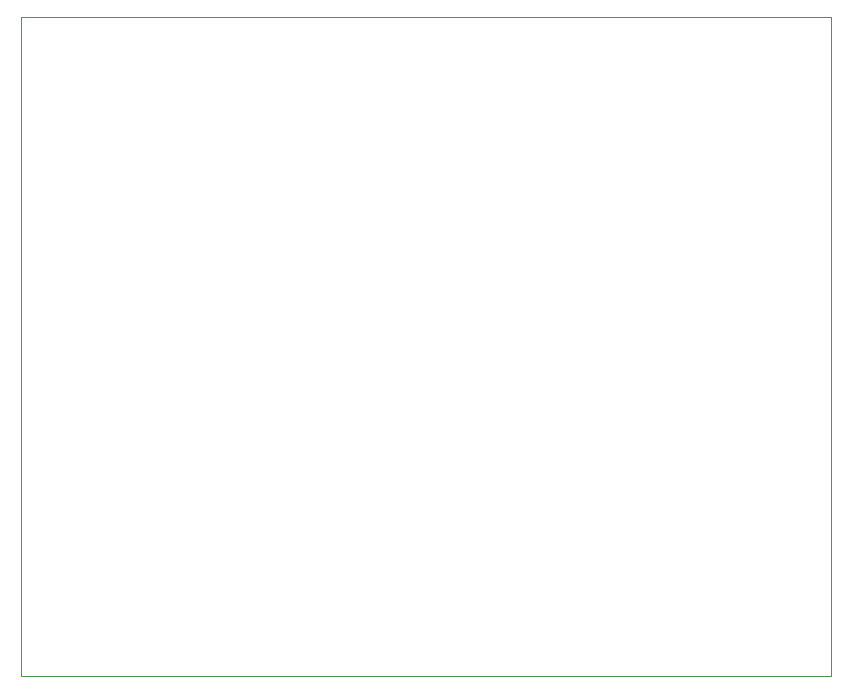
<source format=gbr>
%TF.GenerationSoftware,KiCad,Pcbnew,9.0.6*%
%TF.CreationDate,2026-01-14T13:32:50+01:00*%
%TF.ProjectId,DHT11 weather station,44485431-3120-4776-9561-746865722073,rev?*%
%TF.SameCoordinates,Original*%
%TF.FileFunction,Profile,NP*%
%FSLAX46Y46*%
G04 Gerber Fmt 4.6, Leading zero omitted, Abs format (unit mm)*
G04 Created by KiCad (PCBNEW 9.0.6) date 2026-01-14 13:32:50*
%MOMM*%
%LPD*%
G01*
G04 APERTURE LIST*
%TA.AperFunction,Profile*%
%ADD10C,0.050000*%
%TD*%
G04 APERTURE END LIST*
D10*
X98580000Y-95800000D02*
X98580000Y-39960000D01*
X30000000Y-95800000D02*
X30000000Y-39960000D01*
X30000000Y-95800000D02*
X98580000Y-95800000D01*
X30000000Y-39960000D02*
X98580000Y-39960000D01*
M02*

</source>
